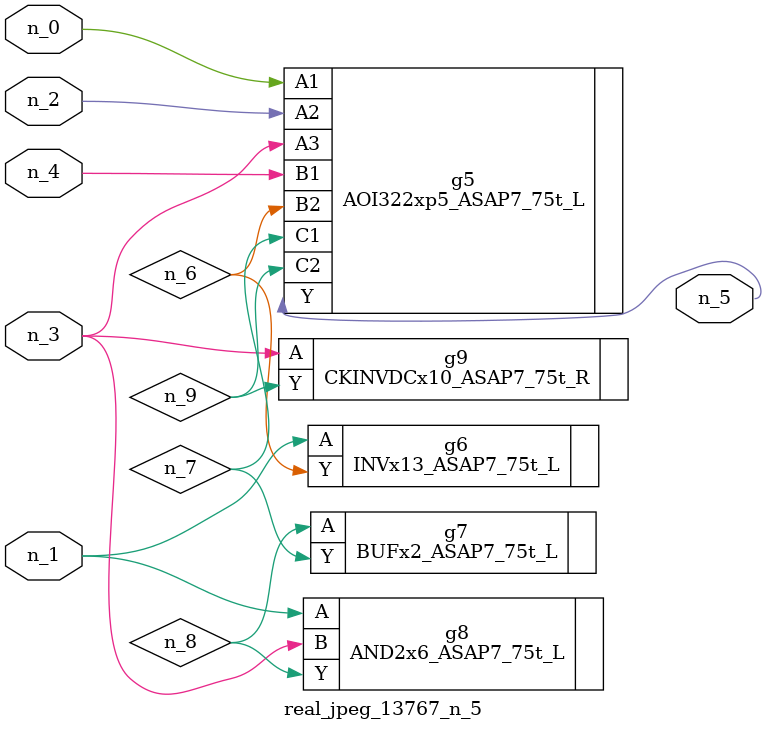
<source format=v>
module real_jpeg_13767_n_5 (n_4, n_0, n_1, n_2, n_3, n_5);

input n_4;
input n_0;
input n_1;
input n_2;
input n_3;

output n_5;

wire n_8;
wire n_6;
wire n_7;
wire n_9;

AOI322xp5_ASAP7_75t_L g5 ( 
.A1(n_0),
.A2(n_2),
.A3(n_3),
.B1(n_4),
.B2(n_6),
.C1(n_7),
.C2(n_9),
.Y(n_5)
);

INVx13_ASAP7_75t_L g6 ( 
.A(n_1),
.Y(n_6)
);

AND2x6_ASAP7_75t_L g8 ( 
.A(n_1),
.B(n_3),
.Y(n_8)
);

CKINVDCx10_ASAP7_75t_R g9 ( 
.A(n_3),
.Y(n_9)
);

BUFx2_ASAP7_75t_L g7 ( 
.A(n_8),
.Y(n_7)
);


endmodule
</source>
